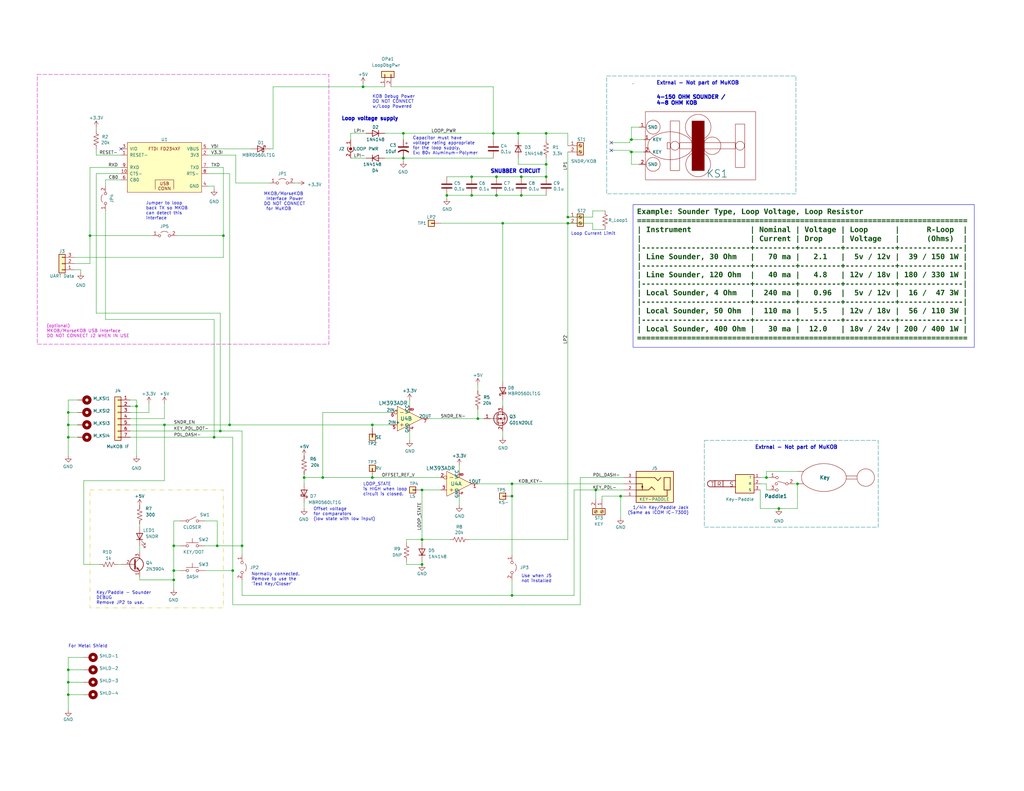
<source format=kicad_sch>
(kicad_sch (version 20230121) (generator eeschema)
  (paper "User" 419.1 323.85)
  (title_block (title "MuKOB - Key/Paddle & Sounder / MKOB USB Interface") (date "2024-01-16") (rev "1 B") (company "Silky-Design (AESilky)") (comment 1 "Copyright 2023-24 AESilky") (comment 4 "Ref: PiKOB Prototype Hat; Gregory Raven (2022)"))
  (lib_symbols
    (symbol "AES_Library:AES-FTDI_FT234XF_USB_UART_Module" (pin_names (offset 1.016))
      (property "Reference" "U" (at -1.27 27.94 0))
      (symbol "AES-FTDI_FT234XF_USB_UART_Module_1_0"
        (text "FTDI FD234XF" (at 0 24.13 0) (effects (font (size 1.27 1.27))))
      )
      (symbol "AES-FTDI_FT234XF_USB_UART_Module_1_1"
        (text "USB\nCONN" (at 0 8.89 0) (effects (font (size 1.27 1.27))))
        (pin input line (at -17.78 21.59 0) (length 2.54) (name "RESET-") (number "1"))
        (pin input line (at -17.78 13.97 0) (length 2.54) (name "CTS-") (number "10"))
        (pin power_out line (at 17.78 21.59 180) (length 2.54) (name "3V3") (number "2"))
        (pin power_in line (at -17.78 24.13 0) (length 2.54) (name "VIO") (number "3"))
        (pin power_in line (at 17.78 8.89 180) (length 2.54) (name "GND") (number "4"))
        (pin power_out line (at 17.78 24.13 180) (length 2.54) (name "VBUS") (number "5"))
        (pin bidirectional line (at -17.78 11.43 0) (length 2.54) (name "CB0") (number "6"))
        (pin output line (at 17.78 16.51 180) (length 2.54) (name "TXD") (number "7"))
        (pin output line (at 17.78 13.97 180) (length 2.54) (name "RTS-") (number "8"))
        (pin input line (at -17.78 16.51 0) (length 2.54) (name "RXD") (number "9"))
      )
    )
    (symbol "AES_Library:AES-LM393DR-dk_Linear-Comparators" (pin_names (offset 0))
      (property "Reference" "U" (at -3.81 6.35 0))
      (property "Value" "AES-LM393DR-dk_Linear-Comparators" (at 2.54 -5.08 0))
      (symbol "AES-LM393DR-dk_Linear-Comparators_1_1"
        (pin output line (at 7.62 0 180) (length 2.54) (name "1OUT") (number "1"))
        (pin input line (at -7.62 2.54 0) (length 1.27) (name "~") (number "2"))
        (pin input line (at -7.62 -2.54 0) (length 2.54) (name "~") (number "3"))
        (pin power_in line (at 0 -5.08 90) (length 2.54) (name "GND") (number "4"))
        (pin power_in line (at 0 5.08 270) (length 2.54) (name "VCC") (number "8"))
      )
      (symbol "AES-LM393DR-dk_Linear-Comparators_2_1"
        (pin power_in line (at 0 -5.08 90) (length 2.54) (name "GND") (number "4"))
        (pin input line (at -7.62 -2.54 0) (length 2.54) (name "2IN+") (number "5"))
        (pin input line (at -7.62 2.54 0) (length 1.27) (name "2IN-") (number "6"))
        (pin output line (at 7.62 0 180) (length 2.54) (name "2OUT") (number "7"))
        (pin power_in line (at 0 5.08 270) (length 2.54) (name "VCC") (number "8"))
      )
    )
    (symbol "AES_Library:CUI_SJ-63063B-14TRS-audio-jack" (pin_names (offset 1.016))
      (property "Reference" "J" (at -7.62 5.842 0))
      (property "Value" "CUI-SJ-63063B" (at -7.62 -8.382 0))
      (symbol "CUI_SJ-63063B-14TRS-audio-jack_0_0"
        (pin passive line (at 12.7 2.54 180) (length 5.08) (name "~") (number "1"))
        (pin passive line (at 12.7 0 180) (length 5.08) (name "~") (number "2"))
        (pin passive line (at 12.7 -5.08 180) (length 5.08) (name "~") (number "3"))
        (pin passive line (at 12.7 -2.54 180) (length 5.08) (name "~") (number "4"))
      )
    )
    (symbol "Audio-Plug-TRS:SP-TRS" (pin_names (offset 1.016))
      (property "Reference" "J-SP" (at 3.81 3.81 0))
      (property "Value" "SP-TRS" (at 2.54 -5.08 0))
      (symbol "SP-TRS_0_0"
        (text "R" (at 17.78 -1.27 0) (effects (font (size 1.778 1.778)) (justify right bottom)))
        (text "S" (at 12.7 -1.27 0) (effects (font (size 1.778 1.778)) (justify right bottom)))
        (text "T" (at 20.32 -1.27 0) (effects (font (size 1.778 1.778)) (justify right bottom)))
        (pin passive line (at 0 2.54 0) (length 2.54) (name "T") (number "1"))
        (pin passive line (at 0 0 0) (length 2.54) (name "R") (number "2"))
        (pin passive line (at 0 -2.54 0) (length 2.54) (name "S") (number "3"))
      )
    )
    (symbol "Connector:Conn_Coaxial_Power" (pin_names (offset 1.016) hide)
      (property "Reference" "J" (at -5.08 -1.27 90))
      (property "Value" "Conn_Coaxial_Power" (at -3.175 -1.27 90))
      (symbol "Conn_Coaxial_Power_1_1"
        (pin passive line (at 0 2.54 270) (length 2.54) (name "In") (number "1"))
        (pin passive line (at 0 -5.08 90) (length 2.54) (name "Ext") (number "2"))
      )
    )
    (symbol "Connector:Screw_Terminal_01x02" (pin_names (offset 1.016) hide)
      (property "Reference" "J" (at 0 2.54 0))
      (property "Value" "Screw_Terminal_01x02" (at 0 -5.08 0))
      (symbol "Screw_Terminal_01x02_1_1"
        (pin passive line (at -5.08 0 0) (length 3.81) (name "Pin_1") (number "1"))
        (pin passive line (at -5.08 -2.54 0) (length 3.81) (name "Pin_2") (number "2"))
      )
    )
    (symbol "Connector_Generic:Conn_01x02" (pin_names (offset 1.016) hide)
      (property "Reference" "J" (at 0 2.54 0))
      (property "Value" "Conn_01x02" (at 0 -5.08 0))
      (symbol "Conn_01x02_1_1"
        (pin passive line (at -5.08 0 0) (length 3.81) (name "Pin_1") (number "1"))
        (pin passive line (at -5.08 -2.54 0) (length 3.81) (name "Pin_2") (number "2"))
      )
    )
    (symbol "Connector_Generic:Conn_01x03" (pin_names (offset 1.016) hide)
      (property "Reference" "J" (at 0 5.08 0))
      (property "Value" "Conn_01x03" (at 0 -5.08 0))
      (symbol "Conn_01x03_1_1"
        (pin passive line (at -5.08 2.54 0) (length 3.81) (name "Pin_1") (number "1"))
        (pin passive line (at -5.08 0 0) (length 3.81) (name "Pin_2") (number "2"))
        (pin passive line (at -5.08 -2.54 0) (length 3.81) (name "Pin_3") (number "3"))
      )
    )
    (symbol "Connector_Generic:Conn_01x07" (pin_names (offset 1.016) hide)
      (property "Reference" "J" (at 0 10.16 0))
      (property "Value" "Conn_01x07" (at 0 -10.16 0))
      (symbol "Conn_01x07_1_1"
        (pin passive line (at -5.08 7.62 0) (length 3.81) (name "Pin_1") (number "1"))
        (pin passive line (at -5.08 5.08 0) (length 3.81) (name "Pin_2") (number "2"))
        (pin passive line (at -5.08 2.54 0) (length 3.81) (name "Pin_3") (number "3"))
        (pin passive line (at -5.08 0 0) (length 3.81) (name "Pin_4") (number "4"))
        (pin passive line (at -5.08 -2.54 0) (length 3.81) (name "Pin_5") (number "5"))
        (pin passive line (at -5.08 -5.08 0) (length 3.81) (name "Pin_6") (number "6"))
        (pin passive line (at -5.08 -7.62 0) (length 3.81) (name "Pin_7") (number "7"))
      )
    )
    (symbol "Device:C" (pin_numbers hide) (pin_names (offset 0.254))
      (property "Reference" "C" (at 0.635 2.54 0))
      (property "Value" "C" (at 0.635 -2.54 0))
      (symbol "C_1_1"
        (pin passive line (at 0 3.81 270) (length 2.794) (name "~") (number "1"))
        (pin passive line (at 0 -3.81 90) (length 2.794) (name "~") (number "2"))
      )
    )
    (symbol "Device:C_Polarized_US" (pin_numbers hide) (pin_names (offset 0.254) hide)
      (property "Reference" "C" (at 0.635 2.54 0))
      (property "Value" "C_Polarized_US" (at 0.635 -2.54 0))
      (symbol "C_Polarized_US_1_1"
        (pin passive line (at 0 3.81 270) (length 2.794) (name "~") (number "1"))
        (pin passive line (at 0 -3.81 90) (length 3.302) (name "~") (number "2"))
      )
    )
    (symbol "Device:LED" (pin_numbers hide) (pin_names (offset 1.016) hide)
      (property "Reference" "D" (at 0 2.54 0))
      (property "Value" "LED" (at 0 -2.54 0))
      (symbol "LED_1_1"
        (pin passive line (at -3.81 0 0) (length 2.54) (name "K") (number "1"))
        (pin passive line (at 3.81 0 180) (length 2.54) (name "A") (number "2"))
      )
    )
    (symbol "Device:R_US" (pin_numbers hide) (pin_names (offset 0))
      (property "Reference" "R" (at 2.54 0 90))
      (property "Value" "R_US" (at -2.54 0 90))
      (symbol "R_US_1_1"
        (pin passive line (at 0 3.81 270) (length 1.27) (name "~") (number "1"))
        (pin passive line (at 0 -3.81 90) (length 1.27) (name "~") (number "2"))
      )
    )
    (symbol "Diode:1N4004" (pin_numbers hide) (pin_names hide)
      (property "Reference" "D" (at 0 2.54 0))
      (property "Value" "1N4004" (at 0 -2.54 0))
      (symbol "1N4004_1_1"
        (pin passive line (at -3.81 0 0) (length 2.54) (name "K") (number "1"))
        (pin passive line (at 3.81 0 180) (length 2.54) (name "A") (number "2"))
      )
    )
    (symbol "Diode:MBR0560" (pin_numbers hide) (pin_names (offset 1.016) hide)
      (property "Reference" "D" (at 0 2.54 0))
      (property "Value" "MBR0560" (at 0 -2.54 0))
      (symbol "MBR0560_1_1"
        (pin passive line (at -3.81 0 0) (length 2.54) (name "K") (number "1"))
        (pin passive line (at 3.81 0 180) (length 2.54) (name "A") (number "2"))
      )
    )
    (symbol "Jumper:Jumper_2_Open" (pin_names (offset 0) hide)
      (property "Reference" "JP" (at 0 2.794 0))
      (property "Value" "Jumper_2_Open" (at 0 -2.286 0))
      (symbol "Jumper_2_Open_1_1"
        (pin passive line (at -5.08 0 0) (length 2.54) (name "A") (number "1"))
        (pin passive line (at 5.08 0 180) (length 2.54) (name "B") (number "2"))
      )
    )
    (symbol "Key-Telegraph_1" (pin_numbers hide) (pin_names (offset 1.016) hide)
      (property "Reference" "U" (at -2.159 -3.683 0))
      (property "Value" "Key-Telegraph" (at -0.635 0.127 0))
      (symbol "Key-Telegraph_1_1_1"
        (pin input line (at -11.43 2.54 0) (length 2.54) (name "KEY") (number "1"))
        (pin input line (at -11.43 -2.54 0) (length 2.54) (name "KEY") (number "2"))
      )
    )
    (symbol "Mechanical:MountingHole_Pad" (pin_numbers hide) (pin_names (offset 1.016) hide)
      (property "Reference" "H" (at 0 6.35 0))
      (property "Value" "MountingHole_Pad" (at 0 4.445 0))
      (symbol "MountingHole_Pad_1_1"
        (pin input line (at 0 -2.54 90) (length 2.54) (name "1") (number "1"))
      )
    )
    (symbol "Switch:SW_Push" (pin_numbers hide) (pin_names (offset 1.016) hide)
      (property "Reference" "SW" (at 1.27 2.54 0))
      (property "Value" "SW_Push" (at 0 -1.524 0))
      (symbol "SW_Push_0_1"
        (pin passive line (at -5.08 0 0) (length 2.54) (name "1") (number "1"))
        (pin passive line (at 5.08 0 180) (length 2.54) (name "2") (number "2"))
      )
    )
    (symbol "Switch:SW_SPDT_MSM" (pin_names (offset 0) hide)
      (property "Reference" "SW" (at 0 5.08 0))
      (property "Value" "SW_SPDT_MSM" (at 0 -5.08 0))
      (symbol "SW_SPDT_MSM_1_1"
        (pin passive line (at 5.08 2.54 180) (length 2.54) (name "1") (number "1"))
        (pin passive line (at -5.08 0 0) (length 2.54) (name "2") (number "2"))
        (pin passive line (at 5.08 -2.54 180) (length 2.54) (name "3") (number "3"))
      )
    )
    (symbol "Switch:SW_SPST" (pin_numbers hide) (pin_names (offset 0) hide)
      (property "Reference" "SW" (at 0 3.175 0))
      (property "Value" "SW_SPST" (at 0 -2.54 0))
      (symbol "SW_SPST_1_1"
        (pin passive line (at -5.08 0 0) (length 2.54) (name "A") (number "1"))
        (pin passive line (at 5.08 0 180) (length 2.54) (name "B") (number "2"))
      )
    )
    (symbol "Test_point_Jump:TP_01" (pin_numbers hide) (pin_names (offset 0) hide)
      (property "Reference" "TP" (at 0 2.54 0))
      (property "Value" "Test_Point_01" (at 0 -2.54 0))
      (symbol "TP_01_1_1"
        (pin passive line (at -3.81 0 0) (length 3.81) (name "Pin_1") (number "1"))
      )
    )
    (symbol "Transistor_BJT:2N3904" (pin_names (offset 0) hide)
      (property "Reference" "Q" (at 5.08 1.905 0))
      (property "Value" "2N3904" (at 5.08 0 0))
      (symbol "2N3904_1_1"
        (pin passive line (at 2.54 -5.08 90) (length 2.54) (name "E") (number "1"))
        (pin passive line (at -5.08 0 0) (length 5.715) (name "B") (number "2"))
        (pin passive line (at 2.54 5.08 270) (length 2.54) (name "C") (number "3"))
      )
    )
    (symbol "Transistor_FET:2N7002" (pin_names hide)
      (property "Reference" "Q" (at 5.08 1.905 0))
      (property "Value" "2N7002" (at 5.08 0 0))
      (symbol "2N7002_1_1"
        (pin input line (at -5.08 0 0) (length 2.54) (name "G") (number "1"))
        (pin passive line (at 2.54 -5.08 90) (length 2.54) (name "S") (number "2"))
        (pin passive line (at 2.54 5.08 270) (length 2.54) (name "D") (number "3"))
      )
    )
    (symbol "power:+3.3V" (power) (pin_names (offset 0))
      (property "Value" "+3.3V" (at 0 3.556 0))
      (symbol "+3.3V_1_1"
        (pin power_in line (at 0 0 90) (length 0) hide (name "+3.3V") (number "1"))
      )
    )
    (symbol "power:+5V" (power) (pin_names (offset 0))
      (property "Value" "+5V" (at 0 3.556 0))
      (symbol "+5V_1_1"
        (pin power_in line (at 0 0 90) (length 0) hide (name "+5V") (number "1"))
      )
    )
    (symbol "power:GND" (power) (pin_names (offset 0))
      (property "Value" "GND" (at 0 -3.81 0))
      (symbol "GND_1_1"
        (pin power_in line (at 0 0 270) (length 0) hide (name "GND") (number "1"))
      )
    )
    (symbol "rpikobhat-rescue:Key-Telegraph" (pin_names (offset 1.016))
      (property "Reference" "U" (at -2.159 -3.683 0))
      (property "Value" "Key-Telegraph" (at -0.635 0.127 0))
      (symbol "Key-Telegraph_1_1"
        (pin input line (at -11.43 2.54 0) (length 2.54) (name "KEY") (number "1"))
        (pin input line (at -11.43 -2.54 0) (length 2.54) (name "KEY") (number "2"))
      )
    )
    (symbol "rpikobhat-rescue:Sounder-Telegraph" (pin_names (offset 1.016))
      (property "Reference" "U" (at 7.62 10.16 0))
      (property "Value" "Sounder-Telegraph" (at 13.97 -11.43 0))
      (symbol "Sounder-Telegraph_1_1"
        (pin input line (at -24.13 7.62 0) (length 2.54) (name "SND") (number "1"))
        (pin input line (at -24.13 -7.62 0) (length 2.54) (name "SND") (number "2"))
      )
    )
  )
  (junction (at 67.31 173.99))
  (junction (at 213.36 72.39))
  (junction (at 99.06 223.52))
  (junction (at 212.09 54.61))
  (junction (at 36.83 96.52))
  (junction (at 223.52 67.31))
  (junction (at 258.445 62.23))
  (junction (at 213.36 80.01))
  (junction (at 27.94 179.07))
  (junction (at 88.9 223.52))
  (junction (at 313.69 195.58))
  (junction (at 172.72 200.66))
  (junction (at 223.52 72.39))
  (junction (at 254 203.2))
  (junction (at 209.55 243.84))
  (junction (at 90.17 176.53))
  (junction (at 193.04 80.01))
  (junction (at 27.94 274.32))
  (junction (at 232.41 91.44))
  (junction (at 165.1 54.61))
  (junction (at 71.12 233.68))
  (junction (at 205.74 91.44))
  (junction (at 27.94 168.91))
  (junction (at 318.77 208.28))
  (junction (at 132.08 195.58))
  (junction (at 172.72 231.14))
  (junction (at 27.94 279.4))
  (junction (at 165.1 64.77))
  (junction (at 258.445 57.15))
  (junction (at 55.88 166.37))
  (junction (at 148.59 35.56))
  (junction (at 209.55 203.2))
  (junction (at 203.2 72.39))
  (junction (at 243.84 200.66))
  (junction (at 209.55 198.12))
  (junction (at 91.44 96.52))
  (junction (at 95.25 233.68))
  (junction (at 182.88 80.01))
  (junction (at 326.39 198.12))
  (junction (at 195.58 171.45))
  (junction (at 232.41 88.9))
  (junction (at 71.12 237.49))
  (junction (at 27.94 284.48))
  (junction (at 172.72 220.98))
  (junction (at 124.46 195.58))
  (junction (at 152.4 173.99))
  (junction (at 71.12 223.52))
  (junction (at 223.52 54.61))
  (junction (at 193.04 72.39))
  (junction (at 203.2 80.01))
  (junction (at 27.94 173.99))
  (junction (at 93.98 173.99))
  (junction (at 87.63 179.07))
  (junction (at 152.4 195.58))
  (junction (at 201.93 54.61))
  (no_connect (at 250.19 61.595))
  (no_connect (at 49.53 60.96))
  (no_connect (at 250.19 58.42))
  (wire (pts (xy 203.2 72.39) (xy 213.36 72.39)))
  (wire (pts (xy 27.94 274.32) (xy 34.29 274.32)))
  (wire (pts (xy 165.1 64.77) (xy 201.93 64.77)))
  (wire (pts (xy 195.58 198.12) (xy 209.55 198.12)))
  (wire (pts (xy 71.12 237.49) (xy 71.12 241.3)))
  (wire (pts (xy 124.46 205.74) (xy 124.46 208.28)))
  (wire (pts (xy 193.04 80.01) (xy 203.2 80.01)))
  (wire (pts (xy 165.1 54.61) (xy 165.1 57.15)))
  (wire (pts (xy 223.52 54.61) (xy 223.52 57.15)))
  (wire (pts (xy 49.53 63.5) (xy 39.37 63.5)))
  (wire (pts (xy 313.69 200.66) (xy 313.69 198.12)))
  (wire (pts (xy 232.41 54.61) (xy 223.52 54.61)))
  (wire (pts (xy 247.65 86.36) (xy 242.57 86.36)))
  (wire (pts (xy 67.31 171.45) (xy 53.34 171.45)))
  (wire (pts (xy 143.51 54.61) (xy 149.86 54.61)))
  (wire (pts (xy 166.37 231.14) (xy 172.72 231.14)))
  (wire (pts (xy 36.83 96.52) (xy 36.83 107.95)))
  (wire (pts (xy 165.1 54.61) (xy 201.93 54.61)))
  (wire (pts (xy 237.49 195.58) (xy 237.49 247.65)))
  (wire (pts (xy 71.12 233.68) (xy 71.12 237.49)))
  (wire (pts (xy 99.06 176.53) (xy 99.06 223.52)))
  (wire (pts (xy 263.525 62.23) (xy 258.445 62.23)))
  (wire (pts (xy 36.83 68.58) (xy 49.53 68.58)))
  (wire (pts (xy 254 203.2) (xy 254 212.09)))
  (wire (pts (xy 27.94 163.83) (xy 27.94 168.91)))
  (wire (pts (xy 203.2 80.01) (xy 213.36 80.01)))
  (wire (pts (xy 53.34 166.37) (xy 55.88 166.37)))
  (wire (pts (xy 209.55 203.2) (xy 209.55 227.33)))
  (wire (pts (xy 212.09 64.77) (xy 212.09 67.31)))
  (wire (pts (xy 57.15 214.63) (xy 57.15 215.9)))
  (wire (pts (xy 95.25 247.65) (xy 237.49 247.65)))
  (wire (pts (xy 152.4 173.99) (xy 160.02 173.99)))
  (wire (pts (xy 91.44 96.52) (xy 91.44 105.41)))
  (wire (pts (xy 71.12 233.68) (xy 71.12 223.52)))
  (wire (pts (xy 71.12 213.36) (xy 71.12 223.52)))
  (wire (pts (xy 27.94 179.07) (xy 27.94 186.69)))
  (wire (pts (xy 33.02 111.76) (xy 33.02 110.49)))
  (wire (pts (xy 167.64 176.53) (xy 167.64 180.34)))
  (wire (pts (xy 27.94 179.07) (xy 31.75 179.07)))
  (wire (pts (xy 182.88 72.39) (xy 193.04 72.39)))
  (wire (pts (xy 60.96 165.1) (xy 60.96 168.91)))
  (wire (pts (xy 326.39 193.04) (xy 313.69 193.04)))
  (wire (pts (xy 318.77 208.28) (xy 326.39 208.28)))
  (wire (pts (xy 27.94 274.32) (xy 27.94 279.4)))
  (wire (pts (xy 247.65 93.98) (xy 242.57 93.98)))
  (wire (pts (xy 205.74 176.53) (xy 205.74 179.07)))
  (wire (pts (xy 120.65 74.93) (xy 121.92 74.93)))
  (wire (pts (xy 90.17 128.27) (xy 90.17 176.53)))
  (wire (pts (xy 67.31 165.1) (xy 67.31 171.45)))
  (wire (pts (xy 209.55 203.2) (xy 209.55 198.12)))
  (wire (pts (xy 71.12 233.68) (xy 73.66 233.68)))
  (wire (pts (xy 205.74 91.44) (xy 232.41 91.44)))
  (wire (pts (xy 48.26 231.14) (xy 49.53 231.14)))
  (wire (pts (xy 99.06 237.49) (xy 99.06 243.84)))
  (wire (pts (xy 201.93 54.61) (xy 212.09 54.61)))
  (wire (pts (xy 83.82 223.52) (xy 88.9 223.52)))
  (wire (pts (xy 175.26 171.45) (xy 195.58 171.45)))
  (wire (pts (xy 30.48 105.41) (xy 91.44 105.41)))
  (wire (pts (xy 124.46 195.58) (xy 132.08 195.58)))
  (wire (pts (xy 212.09 54.61) (xy 223.52 54.61)))
  (wire (pts (xy 232.41 88.9) (xy 242.57 88.9)))
  (wire (pts (xy 257.81 62.23) (xy 257.81 61.595)))
  (wire (pts (xy 172.72 220.98) (xy 184.15 220.98)))
  (wire (pts (xy 223.52 67.31) (xy 223.52 72.39)))
  (wire (pts (xy 195.58 157.48) (xy 195.58 160.02)))
  (wire (pts (xy 255.27 203.2) (xy 254 203.2)))
  (wire (pts (xy 263.525 57.15) (xy 258.445 57.15)))
  (wire (pts (xy 53.34 176.53) (xy 90.17 176.53)))
  (wire (pts (xy 318.77 208.28) (xy 311.15 208.28)))
  (wire (pts (xy 313.69 193.04) (xy 313.69 195.58)))
  (wire (pts (xy 234.95 243.84) (xy 209.55 243.84)))
  (wire (pts (xy 232.41 62.23) (xy 232.41 88.9)))
  (wire (pts (xy 53.34 168.91) (xy 60.96 168.91)))
  (wire (pts (xy 243.84 200.66) (xy 255.27 200.66)))
  (wire (pts (xy 311.15 195.58) (xy 313.69 195.58)))
  (wire (pts (xy 99.06 243.84) (xy 209.55 243.84)))
  (wire (pts (xy 205.74 163.83) (xy 205.74 166.37)))
  (wire (pts (xy 27.94 269.24) (xy 27.94 274.32)))
  (wire (pts (xy 193.04 72.39) (xy 203.2 72.39)))
  (wire (pts (xy 90.17 176.53) (xy 99.06 176.53)))
  (wire (pts (xy 95.25 233.68) (xy 95.25 247.65)))
  (wire (pts (xy 257.81 62.23) (xy 258.445 62.23)))
  (wire (pts (xy 172.72 220.98) (xy 166.37 220.98)))
  (wire (pts (xy 31.75 163.83) (xy 27.94 163.83)))
  (wire (pts (xy 243.84 200.66) (xy 243.84 204.47)))
  (wire (pts (xy 57.15 236.22) (xy 57.15 237.49)))
  (wire (pts (xy 132.08 168.91) (xy 160.02 168.91)))
  (wire (pts (xy 88.9 223.52) (xy 99.06 223.52)))
  (wire (pts (xy 27.94 173.99) (xy 31.75 173.99)))
  (wire (pts (xy 83.82 213.36) (xy 88.9 213.36)))
  (wire (pts (xy 85.09 60.96) (xy 102.87 60.96)))
  (wire (pts (xy 132.08 195.58) (xy 152.4 195.58)))
  (wire (pts (xy 27.94 168.91) (xy 31.75 168.91)))
  (wire (pts (xy 57.15 223.52) (xy 57.15 226.06)))
  (wire (pts (xy 157.48 54.61) (xy 165.1 54.61)))
  (wire (pts (xy 87.63 130.81) (xy 87.63 179.07)))
  (wire (pts (xy 27.94 168.91) (xy 27.94 173.99)))
  (wire (pts (xy 27.94 284.48) (xy 34.29 284.48)))
  (wire (pts (xy 213.36 80.01) (xy 223.52 80.01)))
  (wire (pts (xy 187.96 190.5) (xy 187.96 193.04)))
  (wire (pts (xy 83.82 233.68) (xy 95.25 233.68)))
  (wire (pts (xy 87.63 76.2) (xy 87.63 77.47)))
  (wire (pts (xy 96.52 74.93) (xy 110.49 74.93)))
  (wire (pts (xy 172.72 222.25) (xy 172.72 220.98)))
  (wire (pts (xy 39.37 52.07) (xy 39.37 53.34)))
  (wire (pts (xy 148.59 35.56) (xy 148.59 34.29)))
  (wire (pts (xy 223.52 64.77) (xy 223.52 67.31)))
  (wire (pts (xy 165.1 64.77) (xy 165.1 66.04)))
  (wire (pts (xy 124.46 198.12) (xy 124.46 195.58)))
  (wire (pts (xy 180.34 91.44) (xy 205.74 91.44)))
  (wire (pts (xy 96.52 63.5) (xy 96.52 74.93)))
  (wire (pts (xy 205.74 91.44) (xy 205.74 156.21)))
  (wire (pts (xy 27.94 279.4) (xy 34.29 279.4)))
  (wire (pts (xy 85.09 63.5) (xy 96.52 63.5)))
  (wire (pts (xy 73.66 213.36) (xy 71.12 213.36)))
  (wire (pts (xy 111.76 35.56) (xy 111.76 60.96)))
  (wire (pts (xy 257.81 57.15) (xy 258.445 57.15)))
  (wire (pts (xy 55.88 166.37) (xy 55.88 186.69)))
  (wire (pts (xy 33.02 110.49) (xy 30.48 110.49)))
  (wire (pts (xy 73.66 223.52) (xy 71.12 223.52)))
  (wire (pts (xy 242.57 86.36) (xy 242.57 88.9)))
  (wire (pts (xy 39.37 63.5) (xy 39.37 60.96)))
  (wire (pts (xy 152.4 195.58) (xy 180.34 195.58)))
  (wire (pts (xy 313.69 200.66) (xy 314.96 200.66)))
  (wire (pts (xy 326.39 208.28) (xy 326.39 198.12)))
  (wire (pts (xy 182.88 80.01) (xy 193.04 80.01)))
  (wire (pts (xy 43.18 73.66) (xy 49.53 73.66)))
  (wire (pts (xy 36.83 96.52) (xy 36.83 68.58)))
  (wire (pts (xy 212.09 67.31) (xy 223.52 67.31)))
  (wire (pts (xy 234.95 200.66) (xy 243.84 200.66)))
  (wire (pts (xy 91.44 96.52) (xy 72.39 96.52)))
  (wire (pts (xy 258.445 52.07) (xy 261.62 52.07)))
  (wire (pts (xy 67.31 196.85) (xy 67.31 173.99)))
  (wire (pts (xy 27.94 173.99) (xy 27.94 179.07)))
  (wire (pts (xy 99.06 223.52) (xy 99.06 227.33)))
  (wire (pts (xy 88.9 213.36) (xy 88.9 223.52)))
  (wire (pts (xy 325.12 198.12) (xy 326.39 198.12)))
  (wire (pts (xy 166.37 220.98) (xy 166.37 222.25)))
  (wire (pts (xy 246.38 204.47) (xy 246.38 203.2)))
  (wire (pts (xy 258.445 67.31) (xy 261.62 67.31)))
  (wire (pts (xy 43.18 130.81) (xy 43.18 86.36)))
  (wire (pts (xy 313.69 195.58) (xy 314.96 195.58)))
  (wire (pts (xy 232.41 91.44) (xy 232.41 220.98)))
  (wire (pts (xy 27.94 279.4) (xy 27.94 284.48)))
  (wire (pts (xy 232.41 220.98) (xy 191.77 220.98)))
  (wire (pts (xy 232.41 59.69) (xy 232.41 54.61)))
  (wire (pts (xy 255.27 195.58) (xy 237.49 195.58)))
  (wire (pts (xy 182.88 80.01) (xy 182.88 81.28)))
  (wire (pts (xy 27.94 284.48) (xy 27.94 290.83)))
  (wire (pts (xy 160.02 35.56) (xy 201.93 35.56)))
  (wire (pts (xy 67.31 173.99) (xy 93.98 173.99)))
  (wire (pts (xy 87.63 130.81) (xy 43.18 130.81)))
  (wire (pts (xy 172.72 220.98) (xy 172.72 200.66)))
  (wire (pts (xy 57.15 237.49) (xy 71.12 237.49)))
  (wire (pts (xy 166.37 229.87) (xy 166.37 231.14)))
  (wire (pts (xy 34.29 269.24) (xy 27.94 269.24)))
  (wire (pts (xy 111.76 35.56) (xy 148.59 35.56)))
  (wire (pts (xy 49.53 71.12) (xy 39.37 71.12)))
  (wire (pts (xy 242.57 93.98) (xy 242.57 91.44)))
  (wire (pts (xy 167.64 163.83) (xy 167.64 166.37)))
  (wire (pts (xy 93.98 173.99) (xy 152.4 173.99)))
  (wire (pts (xy 212.09 54.61) (xy 212.09 57.15)))
  (wire (pts (xy 250.19 58.42) (xy 257.81 58.42)))
  (wire (pts (xy 91.44 68.58) (xy 91.44 96.52)))
  (wire (pts (xy 87.63 179.07) (xy 95.25 179.07)))
  (wire (pts (xy 201.93 54.61) (xy 201.93 57.15)))
  (wire (pts (xy 258.445 62.23) (xy 258.445 67.31)))
  (wire (pts (xy 34.29 196.85) (xy 67.31 196.85)))
  (wire (pts (xy 246.38 203.2) (xy 254 203.2)))
  (wire (pts (xy 111.76 60.96) (xy 110.49 60.96)))
  (wire (pts (xy 213.36 72.39) (xy 223.52 72.39)))
  (wire (pts (xy 195.58 171.45) (xy 198.12 171.45)))
  (wire (pts (xy 85.09 76.2) (xy 87.63 76.2)))
  (wire (pts (xy 40.64 231.14) (xy 34.29 231.14)))
  (wire (pts (xy 195.58 167.64) (xy 195.58 171.45)))
  (wire (pts (xy 53.34 179.07) (xy 87.63 179.07)))
  (wire (pts (xy 36.83 96.52) (xy 62.23 96.52)))
  (wire (pts (xy 187.96 203.2) (xy 187.96 207.01)))
  (wire (pts (xy 93.98 71.12) (xy 85.09 71.12)))
  (wire (pts (xy 95.25 179.07) (xy 95.25 233.68)))
  (wire (pts (xy 311.15 198.12) (xy 313.69 198.12)))
  (wire (pts (xy 36.83 107.95) (xy 30.48 107.95)))
  (wire (pts (xy 201.93 35.56) (xy 201.93 54.61)))
  (wire (pts (xy 43.18 76.2) (xy 43.18 73.66)))
  (wire (pts (xy 132.08 168.91) (xy 132.08 195.58)))
  (wire (pts (xy 53.34 163.83) (xy 55.88 163.83)))
  (wire (pts (xy 53.34 173.99) (xy 67.31 173.99)))
  (wire (pts (xy 39.37 128.27) (xy 90.17 128.27)))
  (wire (pts (xy 209.55 198.12) (xy 255.27 198.12)))
  (wire (pts (xy 85.09 68.58) (xy 91.44 68.58)))
  (wire (pts (xy 172.72 200.66) (xy 180.34 200.66)))
  (wire (pts (xy 39.37 71.12) (xy 39.37 128.27)))
  (wire (pts (xy 124.46 195.58) (xy 124.46 194.31)))
  (wire (pts (xy 234.95 200.66) (xy 234.95 243.84)))
  (wire (pts (xy 172.72 231.14) (xy 172.72 229.87)))
  (wire (pts (xy 55.88 163.83) (xy 55.88 166.37)))
  (wire (pts (xy 148.59 35.56) (xy 157.48 35.56)))
  (wire (pts (xy 143.51 57.15) (xy 143.51 54.61)))
  (wire (pts (xy 152.4 173.99) (xy 152.4 175.26)))
  (wire (pts (xy 311.15 200.66) (xy 311.15 208.28)))
  (wire (pts (xy 157.48 64.77) (xy 165.1 64.77)))
  (wire (pts (xy 209.55 237.49) (xy 209.55 243.84)))
  (wire (pts (xy 34.29 231.14) (xy 34.29 196.85)))
  (wire (pts (xy 143.51 64.77) (xy 149.86 64.77)))
  (wire (pts (xy 257.81 57.15) (xy 257.81 58.42)))
  (wire (pts (xy 232.41 91.44) (xy 242.57 91.44)))
  (wire (pts (xy 93.98 71.12) (xy 93.98 173.99)))
  (wire (pts (xy 258.445 52.07) (xy 258.445 57.15)))
  (wire (pts (xy 250.19 61.595) (xy 257.81 61.595)))
  (rectangle (start 36.83 200.66) (end 91.44 248.92) (stroke (width 0) (type dash_dot_dot) (color 194 194 0 1)))
  (rectangle (start 288.29 180.34) (end 359.41 215.9) (stroke (width 0) (type dash) (color 0 132 132 1)))
  (rectangle (start 248.285 31.115) (end 325.755 79.375) (stroke (width 0) (type dash) (color 0 132 132 1)))
  (rectangle (start 15.24 30.48) (end 134.62 140.97) (stroke (width 0) (type dash) (color 194 0 194 1)))
  (text_box "Example: Sounder Type, Loop Voltage, Loop Resistor\n=========================================================================\n| Instrument             | Nominal | Voltage | Loop      |      R-Loop  |\n|                        | Current | Drop    | Voltage   |      (Ohms)  |\n|------------------------+---------+---------+-----------+--------------|\n| Line Sounder, 30 Ohm   |   70 ma |   2.1   |  5v / 12v |  39 / 150 1W |\n|------------------------+---------+---------+-----------+--------------|\n| Line Sounder, 120 Ohm  |   40 ma |   4.8   | 12v / 18v | 180 / 330 1W |\n|------------------------+---------+---------+-----------+--------------|\n| Local Sounder, 4 Ohm   |  240 ma |   0.96  |  5v / 12v |  16 /  47 3W |\n|------------------------+---------+---------+-----------+--------------|\n| Local Sounder, 50 Ohm  |  110 ma |   5.5   | 12v / 18v |  56 / 110 3W |\n|------------------------+---------+---------+-----------+--------------|\n| Local Sounder, 400 Ohm |   30 ma |  12.0   | 18v / 24v | 200 / 400 1W |\n=========================================================================" (at 259.08 83.82 0) (size 139.7 58.42) (effects (font (size 2.2 2.2) (thickness 0.3) bold) (justify left top)))
  (text "1/4in Key/Paddle Jack\n(Same as ICOM IC-7300)" (at 281.94 210.82 0) (effects (font (size 1.27 1.27)) (justify right bottom)))
  (text "Offset voltage\nfor comparators\n(low state with low input)" (at 128.27 213.36 0) (effects (font (size 1.27 1.27)) (justify left bottom)))
  (text "Loop voltage supply" (at 139.7 49.53 0) (effects (font (size 1.5 1.5) (thickness 0.4) bold) (justify left bottom)))
  (text "Use when J5\nnot installed" (at 213.36 238.76 0) (effects (font (size 1.27 1.27)) (justify left bottom)))
  (text "Key/Paddle - Sounder\nDEBUG\nRemove JP2 to use." (at 39.37 247.65 0) (effects (font (size 1.27 1.27)) (justify left bottom)))
  (text "Normally connected.\nRemove to use the\n'Test Key/Closer'" (at 102.87 240.03 0) (effects (font (size 1.27 1.27)) (justify left bottom)))
  (text "Capacitor must have\nvoltage rating appropriate\nfor the loop supply.\nEx: 80v Aluminum-Polymer" (at 168.91 63.5 0) (effects (font (size 1.27 1.27)) (justify left bottom)))
  (text "4-150 OHM SOUNDER /\n4-8 OHM KOB" (at 268.605 43.18 0) (effects (font (size 1.5 1.5) (thickness 0.5994) bold) (justify left bottom)))
  (text "For Metal Shield" (at 27.94 265.43 0) (effects (font (size 1.27 1.27)) (justify left bottom)))
  (text "(optional)\nMKOB/MorseKOB USB Interface\nDO NOT CONNECT J2 WHEN IN USE" (at 19.05 138.43 0) (effects (font (size 1.27 1.27)) (justify left bottom)))
  (text "LOOP_STATE\nis HIGH when loop\ncircuit is closed." (at 148.59 203.2 0) (effects (font (size 1.27 1.27)) (justify left bottom)))
  (text "Jumper to loop\nback TX so MKOB\ncan detect this\ninterface" (at 59.69 90.17 0) (effects (font (size 1.27 1.27)) (justify left bottom)))
  (text "MKOB/MorseKOB\n Interface Power\nDO NOT CONNECT\n for MuKOB\n" (at 107.95 86.36 0) (effects (font (size 1.27 1.27)) (justify left bottom)))
  (text "Loop Current Limit" (at 233.68 96.52 0) (effects (font (size 1.27 1.27)) (justify left bottom)))
  (text "SNUBBER CIRCUIT" (at 200.66 71.12 0) (effects (font (size 1.5 1.5) (thickness 0.508) bold) (justify left bottom)))
  (text "Extrnal - Not part of MuKOB" (at 268.605 34.925 0) (effects (font (size 1.5 1.5) (thickness 0.3) bold) (justify left bottom)))
  (text "KOB Debug Power\nDO NOT CONNECT\nw/Loop Powered" (at 152.4 44.45 0) (effects (font (size 1.27 1.27)) (justify left bottom)))
  (text "Extrnal - Not part of MuKOB" (at 342.9 184.15 0) (effects (font (size 1.5 1.5) (thickness 0.3) bold) (justify right bottom)))
  (label "SNDR_EN" (at 71.12 173.99 0))
  (label "KOB_KEY-" (at 212.09 198.12 0))
  (label "RESET-" (at 40.64 63.5 0))
  (label "LP1" (at 232.41 66.04 270))
  (label "RXD" (at 48.26 68.58 180))
  (label "OFFSET_REF_V" (at 156.21 195.58 0))
  (label "KEY_PDL-" (at 242.57 200.66 0))
  (label "V5I" (at 86.36 60.96 0))
  (label "LPI-" (at 144.78 64.77 0))
  (label "PDL_DASH-" (at 242.57 195.58 0))
  (label "SNDR_EN-" (at 180.34 171.45 0))
  (label "KEY_PDL_DOT-" (at 71.12 176.53 0))
  (label "LOOP_PWR" (at 176.53 54.61 0))
  (label "TXD" (at 86.36 68.58 0))
  (label "LP2" (at 232.41 137.16 270))
  (label "CB0" (at 44.45 73.66 0))
  (label "V3.3I" (at 86.36 63.5 0))
  (label "PDL_DASH-" (at 71.12 179.07 0))
  (label "LOOP_STATE" (at 172.72 217.17 90))
  (label "LPI+" (at 144.78 54.61 0))
  (symbol (lib_id "AES_Library:AES-LM393DR-dk_Linear-Comparators") (at 187.96 198.12 0) (unit 1)
    (property "Reference" "U4" (at 186.69 198.12 0) (effects (font (size 1.524 1.524))))
    (property "Value" "LM393ADR" (at 180.34 191.77 0) (effects (font (size 1.524 1.524))))
    (property "Footprint" "Package_SO:SOIC-8_3.9x4.9mm_P1.27mm" (effects hide))
    (property "Datasheet" "http://www.ti.com/general/docs/suppproductinfo.tsp?distId=10&gotoUrl=http%3A%2F%2Fwww.ti.com%2Flit%2Fgpn%2Flm193" (effects hide))
    (property "Digi-Key_PN" "296-1015-1-ND" (effects hide))
    (property "MPN" "LM393DR" (effects hide))
    (property "Category" "Integrated Circuits (ICs)" (effects hide))
    (property "Family" "Linear - Comparators" (effects hide))
    (property "DK_Datasheet_Link" "http://www.ti.com/general/docs/suppproductinfo.tsp?distId=10&gotoUrl=http%3A%2F%2Fwww.ti.com%2Flit%2Fgpn%2Flm193" (effects hide))
    (property "DK_Detail_Page" "/product-detail/en/texas-instruments/LM393DR/296-1015-1-ND/404839" (effects hide))
    (property "Description" "IC DUAL DIFF COMP 8-SOIC" (effects hide))
    (property "Manufacturer" "Texas Instruments" (effects hide))
    (property "Status" "Active" (effects hide))
  )
  (symbol (lib_id "AES_Library:AES-LM393DR-dk_Linear-Comparators") (at 167.64 171.45 0) (unit 2)
    (property "Reference" "U4" (at 163.83 171.45 0) (effects (font (size 1.524 1.524)) (justify left)))
    (property "Value" "LM393ADR" (at 154.94 165.1 0) (effects (font (size 1.524 1.524)) (justify left)))
    (property "Footprint" "Package_SO:SOIC-8_3.9x4.9mm_P1.27mm" (effects hide))
    (property "Datasheet" "http://www.ti.com/general/docs/suppproductinfo.tsp?distId=10&gotoUrl=http%3A%2F%2Fwww.ti.com%2Flit%2Fgpn%2Flm193" (effects hide))
    (property "Digi-Key_PN" "296-1015-1-ND" (effects hide))
    (property "MPN" "LM393DR" (effects hide))
    (property "Category" "Integrated Circuits (ICs)" (effects hide))
    (property "Family" "Linear - Comparators" (effects hide))
    (property "DK_Datasheet_Link" "http://www.ti.com/general/docs/suppproductinfo.tsp?distId=10&gotoUrl=http%3A%2F%2Fwww.ti.com%2Flit%2Fgpn%2Flm193" (effects hide))
    (property "DK_Detail_Page" "/product-detail/en/texas-instruments/LM393DR/296-1015-1-ND/404839" (effects hide))
    (property "Description" "IC DUAL DIFF COMP 8-SOIC" (effects hide))
    (property "Manufacturer" "Texas Instruments" (effects hide))
    (property "Status" "Active" (effects hide))
  )
  (symbol (lib_id "power:GND") (at 205.74 179.07 0) (unit 1)
    (property "Reference" "#PWR017" (effects hide))
    (property "Value" "GND" (at 205.867 183.4642 0))
  )
  (symbol (lib_id "power:GND") (at 187.96 207.01 0) (unit 1)
    (property "Reference" "#PWR022" (effects hide))
    (property "Value" "GND" (at 188.087 211.4042 0))
  )
  (symbol (lib_id "power:GND") (at 167.64 180.34 0) (unit 1)
    (property "Reference" "#PWR016" (effects hide))
    (property "Value" "GND" (at 167.767 184.7342 0))
  )
  (symbol (lib_id "Diode:MBR0560") (at 205.74 160.02 90) (unit 1)
    (property "Reference" "D8" (at 207.772 158.8516 90) (effects (justify right)))
    (property "Value" "MBR0560LT1G" (at 207.772 161.163 90) (effects (justify right)))
    (property "Footprint" "Diode_SMD:D_SOD-123" (effects hide))
    (property "Datasheet" "http://www.mccsemi.com/up_pdf/MBR0520~MBR0580(SOD123).pdf" (effects hide))
  )
  (symbol (lib_id "power:GND") (at 124.46 208.28 0) (mirror y) (unit 1)
    (property "Reference" "#PWR024" (effects hide))
    (property "Value" "GND" (at 124.333 212.6742 0))
  )
  (symbol (lib_id "Device:R_US") (at 124.46 190.5 0) (mirror y) (unit 1)
    (property "Reference" "R6" (at 129.54 187.96 0) (effects (justify left)))
    (property "Value" "20k" (at 130.81 190.5 0) (effects (justify left)))
    (property "Footprint" "Resistor_SMD:R_0402_1005Metric_Pad0.72x0.64mm_HandSolder" (effects hide))
  )
  (symbol (lib_id "Device:R_US") (at 195.58 163.83 180) (unit 1)
    (property "Reference" "R5" (at 199.2002 162.6987 0))
    (property "Value" "20k" (at 199.39 165.1 0))
    (property "Footprint" "Resistor_SMD:R_0402_1005Metric_Pad0.72x0.64mm_HandSolder" (effects hide))
  )
  (symbol (lib_id "rpikobhat-rescue:Sounder-Telegraph") (at 285.75 59.69 0) (unit 1) (in_bom no) (on_board no)
    (property "Reference" "U2" (effects hide))
    (property "Value" "Sounder" (effects hide))
  )
  (symbol (lib_id "Device:C") (at 201.93 60.96 0) (unit 1)
    (property "Reference" "C4" (at 204.851 59.7916 0) (effects (justify left)))
    (property "Value" "0.1u" (at 204.851 62.103 0) (effects (justify left)))
    (property "Footprint" "Capacitor_SMD:C_0603_1608Metric_Pad1.08x0.95mm_HandSolder" (effects hide))
  )
  (symbol (lib_id "Connector:Conn_Coaxial_Power") (at 143.51 59.69 0) (mirror y) (unit 1)
    (property "Reference" "J2" (at 140.97 60.96 0) (effects (justify left)))
    (property "Value" "LOOP PWR" (at 144.78 60.96 0) (effects (justify right)))
    (property "Footprint" "AES_Library:AES-CUI_PJ-037B" (effects hide))
  )
  (symbol (lib_id "Device:R_US") (at 187.96 220.98 270) (unit 1)
    (property "Reference" "R8" (at 187.96 215.773 90))
    (property "Value" "20k" (at 187.96 218.0844 90))
    (property "Footprint" "Resistor_SMD:R_0402_1005Metric_Pad0.72x0.64mm_HandSolder" (effects hide))
  )
  (symbol (lib_id "power:GND") (at 172.72 231.14 0) (unit 1)
    (property "Reference" "#PWR026" (effects hide))
    (property "Value" "GND" (at 172.72 234.95 0))
  )
  (symbol (lib_id "Device:R_US") (at 223.52 60.96 0) (unit 1)
    (property "Reference" "R1" (at 226.06 60.325 0) (effects (justify left)))
    (property "Value" "3.3k" (at 226.06 62.865 0) (effects (justify left)))
    (property "Footprint" "Resistor_SMD:R_0402_1005Metric_Pad0.72x0.64mm_HandSolder" (effects hide))
  )
  (symbol (lib_id "Switch:SW_Push") (at 78.74 223.52 0) (unit 1)
    (property "Reference" "SW2" (at 81.28 220.98 0) (effects (justify left)))
    (property "Value" "KEY/DOT" (at 74.93 226.06 0) (effects (justify left)))
    (property "Footprint" "AES_Library:AES-SW_PUSH_SMD_1P1T_NO_6x6mm" (effects hide))
  )
  (symbol (lib_id "Device:R_US") (at 247.65 90.17 0) (unit 1) (in_bom no) (on_board no)
    (property "Reference" "R_Loop1" (at 248.92 90.17 0) (effects (justify left)))
    (property "Sim.Enable" "0" (effects hide))
  )
  (symbol (lib_id "Device:C") (at 223.52 76.2 0) (unit 1)
    (property "Reference" "C9" (at 226.441 75.0316 0) (effects (justify left)))
    (property "Value" "0.1u" (at 226.441 77.343 0) (effects (justify left)))
    (property "Footprint" "Capacitor_SMD:C_0603_1608Metric_Pad1.08x0.95mm_HandSolder" (effects hide))
  )
  (symbol (lib_id "Device:C") (at 213.36 76.2 0) (unit 1)
    (property "Reference" "C8" (at 216.281 75.0316 0) (effects (justify left)))
    (property "Value" "0.1u" (at 216.281 77.343 0) (effects (justify left)))
    (property "Footprint" "Capacitor_SMD:C_0603_1608Metric_Pad1.08x0.95mm_HandSolder" (effects hide))
  )
  (symbol (lib_id "Switch:SW_SPST") (at 78.74 213.36 0) (unit 1)
    (property "Reference" "SW1" (at 83.82 210.82 0))
    (property "Value" "CLOSER" (at 74.93 215.9 0) (effects (justify left)))
    (property "Footprint" "AES_Library:AES-SW-TGL-Micro-DPST-CIT" (effects hide))
  )
  (symbol (lib_id "Mechanical:MountingHole_Pad") (at 36.83 274.32 270) (unit 1) (in_bom no)
    (property "Reference" "SHLD-2" (at 40.64 273.685 90) (effects (justify left)))
    (property "Value" "MountingHole_Pad" (effects hide))
    (property "Footprint" "MountingHole:MountingHole_4.3mm_M4_ISO14580_Pad_TopBottom" (effects hide))
  )
  (symbol (lib_id "Connector_Generic:Conn_01x03") (at 25.4 107.95 180) (unit 1)
    (property "Reference" "J3" (at 25.4 102.87 0))
    (property "Value" "UART Data" (at 25.4 113.03 0))
    (property "Footprint" "Connector_PinHeader_2.54mm:PinHeader_1x03_P2.54mm_Vertical" (effects hide))
  )
  (symbol (lib_id "power:GND") (at 71.12 241.3 0) (mirror y) (unit 1)
    (property "Reference" "#PWR027" (effects hide))
    (property "Value" "GND" (at 70.993 245.6942 0))
  )
  (symbol (lib_id "Diode:MBR0560") (at 124.46 201.93 270) (mirror x) (unit 1)
    (property "Reference" "D7" (at 129.54 203.2 90) (effects (justify right)))
    (property "Value" "MBR0560LT1G" (at 139.7 205.74 90) (effects (justify right)))
    (property "Footprint" "Diode_SMD:D_SOD-123" (effects hide))
    (property "Datasheet" "http://www.mccsemi.com/up_pdf/MBR0520~MBR0580(SOD123).pdf" (effects hide))
  )
  (symbol (lib_id "power:+3.3V") (at 60.96 165.1 0) (unit 1)
    (property "Reference" "#PWR013" (effects hide))
    (property "Value" "+3.3V" (at 60.96 161.29 0))
  )
  (symbol (lib_id "Device:LED") (at 57.15 219.71 90) (unit 1)
    (property "Reference" "LED1" (at 60.96 217.17 90))
    (property "Value" "SNDR" (at 62.23 219.71 90))
    (property "Footprint" "AES_Library:AES-LED_SMD_SIDEVIEW_Harvatek" (effects hide))
  )
  (symbol (lib_id "power:GND") (at 87.63 77.47 0) (unit 1)
    (property "Reference" "#PWR05" (effects hide))
    (property "Value" "GND" (at 87.63 82.55 0))
  )
  (symbol (lib_id "power:GND") (at 33.02 111.76 0) (unit 1)
    (property "Reference" "#PWR01" (effects hide))
    (property "Value" "GND" (at 33.02 116.84 0))
  )
  (symbol (lib_id "Switch:SW_Push") (at 78.74 233.68 0) (unit 1)
    (property "Reference" "SW3" (at 81.28 231.14 0) (effects (justify left)))
    (property "Value" "DASH" (at 76.2 236.22 0) (effects (justify left)))
    (property "Footprint" "AES_Library:AES-SW_PUSH_SMD_1P1T_NO_6x6mm" (effects hide))
  )
  (symbol (lib_id "power:+5V") (at 195.58 157.48 0) (unit 1)
    (property "Reference" "#PWR012" (effects hide))
    (property "Value" "+5V" (at 195.58 153.67 0))
  )
  (symbol (lib_id "Diode:MBR0560") (at 106.68 60.96 0) (mirror y) (unit 1)
    (property "Reference" "D1" (at 105.41 58.42 0) (effects (justify right)))
    (property "Value" "MBR0560LT1G" (at 99.06 63.5 0) (effects (justify right)))
    (property "Footprint" "Diode_SMD:D_SOD-123" (effects hide))
    (property "Datasheet" "http://www.mccsemi.com/up_pdf/MBR0520~MBR0580(SOD123).pdf" (effects hide))
  )
  (symbol (lib_id "Mechanical:MountingHole_Pad") (at 34.29 163.83 270) (unit 1) (in_bom no)
    (property "Reference" "M_KSI1" (at 38.1 163.195 90) (effects (justify left)))
    (property "Value" "MountingHole_Pad" (effects hide))
    (property "Footprint" "MountingHole:MountingHole_3.2mm_M3_ISO7380_Pad_TopBottom" (effects hide))
  )
  (symbol (lib_id "Mechanical:MountingHole_Pad") (at 36.83 269.24 270) (unit 1) (in_bom no)
    (property "Reference" "SHLD-1" (at 40.64 268.605 90) (effects (justify left)))
    (property "Value" "MountingHole_Pad" (effects hide))
    (property "Footprint" "MountingHole:MountingHole_4.3mm_M4_ISO14580_Pad_TopBottom" (effects hide))
  )
  (symbol (lib_id "power:+3.3V") (at 39.37 52.07 0) (unit 1)
    (property "Reference" "#PWR08" (effects hide))
    (property "Value" "+3.3V" (at 39.37 48.26 0))
  )
  (symbol (lib_id "Mechanical:MountingHole_Pad") (at 34.29 173.99 270) (unit 1) (in_bom no)
    (property "Reference" "M_KSI3" (at 38.1 173.355 90) (effects (justify left)))
    (property "Value" "MountingHole_Pad" (effects hide))
    (property "Footprint" "MountingHole:MountingHole_3.2mm_M3_ISO7380_Pad_TopBottom" (effects hide))
  )
  (symbol (lib_id "power:+5V") (at 148.59 34.29 0) (mirror y) (unit 1)
    (property "Reference" "#PWR02" (effects hide))
    (property "Value" "+5V" (at 148.59 30.48 0))
  )
  (symbol (lib_id "Test_point_Jump:TP_01") (at 152.4 191.77 270) (mirror x) (unit 1)
    (property "Reference" "TP3" (at 152.4 189.23 90))
    (property "Value" "RV" (at 156.21 191.77 90) (effects (justify right)))
    (property "Footprint" "Connector_PinHeader_2.54mm:PinHeader_1x01_P2.54mm_Vertical" (effects hide))
  )
  (symbol (lib_id "Device:C_Polarized_US") (at 165.1 60.96 0) (mirror y) (unit 1)
    (property "Reference" "C3" (at 162.179 59.4903 0) (effects (justify left)))
    (property "Value" "10uf" (at 162.179 62.0272 0) (effects (justify left)))
    (property "Footprint" "Capacitor_THT:CP_Radial_D8.0mm_P5.00mm" (effects hide))
  )
  (symbol (lib_id "Device:C") (at 193.04 76.2 0) (unit 1)
    (property "Reference" "C6" (at 195.961 75.0316 0) (effects (justify left)))
    (property "Value" "0.1u" (at 195.961 77.343 0) (effects (justify left)))
    (property "Footprint" "Capacitor_SMD:C_0603_1608Metric_Pad1.08x0.95mm_HandSolder" (effects hide))
  )
  (symbol (lib_name "Key-Telegraph_1") (lib_id "rpikobhat-rescue:Key-Telegraph") (at 337.82 195.58 0) (unit 1) (in_bom no) (on_board no)
    (property "Reference" "KEY-EXT1" (effects hide))
    (property "Value" "Key" (at 335.28 195.58 0) (effects (font (size 1.5 1.5) bold) (justify left)))
  )
  (symbol (lib_id "power:GND") (at 318.77 208.28 0) (mirror y) (unit 1)
    (property "Reference" "#PWR029" (effects hide))
    (property "Value" "GND" (at 318.77 213.36 0))
  )
  (symbol (lib_id "Connector_Generic:Conn_01x07") (at 48.26 171.45 0) (mirror y) (unit 1)
    (property "Reference" "J4" (at 48.26 160.02 0))
    (property "Value" "MuKOB IF" (at 48.26 182.88 0))
    (property "Footprint" "Connector_PinHeader_2.54mm:PinHeader_1x07_P2.54mm_Vertical" (effects hide))
  )
  (symbol (lib_id "power:GND") (at 27.94 186.69 0) (mirror y) (unit 1)
    (property "Reference" "#PWR018" (effects hide))
    (property "Value" "GND" (at 27.813 191.0842 0))
  )
  (symbol (lib_id "Diode:1N4004") (at 153.67 64.77 0) (mirror x) (unit 1)
    (property "Reference" "D4" (at 154.94 69.85 0) (effects (justify right)))
    (property "Value" "1N4148" (at 156.21 67.31 0) (effects (justify right)))
    (property "Footprint" "Diode_THT:D_DO-35_SOD27_P7.62mm_Horizontal" (effects hide))
    (property "Datasheet" "http://www.vishay.com/docs/88503/1n4001.pdf" (effects hide))
  )
  (symbol (lib_id "Test_point_Jump:TP_01") (at 176.53 91.44 0) (mirror y) (unit 1)
    (property "Reference" "TP1" (at 172.72 91.44 0))
    (property "Value" "LP2" (at 176.53 88.9 0))
    (property "Footprint" "Connector_PinHeader_2.54mm:PinHeader_1x01_P2.54mm_Vertical" (effects hide))
  )
  (symbol (lib_id "rpikobhat-rescue:Key-Telegraph") (at 274.955 59.69 0) (unit 1) (in_bom no) (on_board no)
    (property "Reference" "KS1" (at 288.925 71.12 0) (effects (font (size 2.9972 2.9972)) (justify left)))
    (property "Value" "KS1" (effects hide))
  )
  (symbol (lib_id "power:+5V") (at 67.31 165.1 0) (mirror y) (unit 1)
    (property "Reference" "#PWR014" (effects hide))
    (property "Value" "+5V" (at 67.31 161.29 0))
  )
  (symbol (lib_id "Mechanical:MountingHole_Pad") (at 36.83 279.4 270) (unit 1) (in_bom no)
    (property "Reference" "SHLD-3" (at 40.64 278.765 90) (effects (justify left)))
    (property "Value" "MountingHole_Pad" (effects hide))
    (property "Footprint" "MountingHole:MountingHole_4.3mm_M4_ISO14580_Pad_TopBottom" (effects hide))
  )
  (symbol (lib_id "Switch:SW_SPDT_MSM") (at 320.04 198.12 0) (mirror y) (unit 1) (in_bom no) (on_board no)
    (property "Reference" "Paddle1" (at 317.5 203.2 0) (effects (font (size 1.5 1.5) bold)))
    (property "Value" "PDL_EXT" (effects hide))
    (property "Sim.Enable" "0" (effects hide))
  )
  (symbol (lib_id "Device:R_US") (at 166.37 226.06 180) (unit 1)
    (property "Reference" "R9" (at 162.56 224.79 0))
    (property "Value" "DNP" (at 162.56 227.33 0))
    (property "Footprint" "Resistor_SMD:R_0402_1005Metric_Pad0.72x0.64mm_HandSolder" (effects hide))
  )
  (symbol (lib_id "Audio-Plug-TRS:SP-TRS") (at 311.15 198.12 0) (mirror y) (unit 1) (in_bom no) (on_board no)
    (property "Reference" "J-SP1" (effects hide))
    (property "Value" "Key-Paddle" (at 308.61 204.47 0) (effects (justify left)))
    (property "Sim.Enable" "0" (effects hide))
  )
  (symbol (lib_id "Jumper:Jumper_2_Open") (at 43.18 81.28 90) (unit 1)
    (property "Reference" "JP4" (at 45.72 81.28 0))
    (property "Value" "CB0-Dash" (effects hide))
    (property "Footprint" "Connector_PinHeader_2.54mm:PinHeader_1x02_P2.54mm_Vertical" (effects hide))
  )
  (symbol (lib_id "Mechanical:MountingHole_Pad") (at 34.29 179.07 270) (unit 1) (in_bom no)
    (property "Reference" "M_KSI4" (at 38.1 178.435 90) (effects (justify left)))
    (property "Value" "MountingHole_Pad" (effects hide))
    (property "Footprint" "MountingHole:MountingHole_3.2mm_M3_ISO7380_Pad_TopBottom" (effects hide))
  )
  (symbol (lib_id "power:+5V") (at 124.46 186.69 0) (mirror y) (unit 1)
    (property "Reference" "#PWR020" (effects hide))
    (property "Value" "+5V" (at 124.46 182.88 0))
  )
  (symbol (lib_id "power:GND") (at 165.1 66.04 0) (mirror y) (unit 1)
    (property "Reference" "#PWR06" (effects hide))
    (property "Value" "GND" (at 164.973 70.4342 0))
  )
  (symbol (lib_id "Jumper:Jumper_2_Open") (at 99.06 232.41 270) (unit 1)
    (property "Reference" "JP2" (at 104.14 232.41 90))
    (property "Value" "KEY-IN" (effects hide))
    (property "Footprint" "Connector_PinHeader_2.54mm:PinHeader_1x02_P2.54mm_Vertical" (effects hide))
  )
  (symbol (lib_id "Diode:1N4004") (at 153.67 54.61 0) (mirror y) (unit 1)
    (property "Reference" "D2" (at 153.67 52.07 0))
    (property "Value" "1N4148" (at 153.67 57.15 0))
    (property "Footprint" "Diode_THT:D_DO-35_SOD27_P7.62mm_Horizontal" (effects hide))
    (property "Datasheet" "http://www.vishay.com/docs/88503/1n4001.pdf" (effects hide))
  )
  (symbol (lib_id "Jumper:Jumper_2_Open") (at 67.31 96.52 0) (unit 1)
    (property "Reference" "JP5" (at 67.31 92.71 0))
    (property "Value" "UART-LB" (effects hide))
    (property "Footprint" "Connector_PinHeader_2.54mm:PinHeader_1x02_P2.54mm_Vertical" (effects hide))
  )
  (symbol (lib_id "Mechanical:MountingHole_Pad") (at 34.29 168.91 270) (unit 1) (in_bom no)
    (property "Reference" "M_KSI2" (at 38.1 168.275 90) (effects (justify left)))
    (property "Value" "MountingHole_Pad" (effects hide))
    (property "Footprint" "MountingHole:MountingHole_3.2mm_M3_ISO7380_Pad_TopBottom" (effects hide))
  )
  (symbol (lib_id "power:GND") (at 55.88 186.69 0) (unit 1)
    (property "Reference" "#PWR019" (effects hide))
    (property "Value" "GND" (at 55.88 191.77 0))
  )
  (symbol (lib_id "Connector:Screw_Terminal_01x02") (at 237.49 59.69 0) (unit 1)
    (property "Reference" "ST1" (at 236.22 57.15 0) (effects (justify left)))
    (property "Value" "SNDR/KOB" (at 233.68 66.04 0) (effects (justify left)))
    (property "Footprint" "TerminalBlock_Philmore:TerminalBlock_Philmore_TB132_1x02_P5.00mm_Horizontal" (effects hide))
  )
  (symbol (lib_id "Diode:1N4004") (at 172.72 226.06 90) (unit 1)
    (property "Reference" "D5" (at 175.26 225.425 90) (effects (justify right)))
    (property "Value" "1N4148" (at 175.26 227.965 90) (effects (justify right)))
    (property "Footprint" "Diode_SMD:D_SOD-123" (effects hide))
    (property "Datasheet" "http://www.vishay.com/docs/88503/1n4001.pdf" (effects hide))
  )
  (symbol (lib_id "Transistor_BJT:2N3904") (at 54.61 231.14 0) (unit 1)
    (property "Reference" "Q4" (at 59.69 230.505 0) (effects (justify left)))
    (property "Value" "2N3904" (at 59.69 233.045 0) (effects (justify left)))
    (property "Footprint" "Package_TO_SOT_THT:TO-92_Inline" (effects hide))
    (property "Datasheet" "https://www.onsemi.com/pub/Collateral/2N3903-D.PDF" (effects hide))
  )
  (symbol (lib_id "Test_point_Jump:TP_01") (at 152.4 179.07 90) (mirror x) (unit 1)
    (property "Reference" "TP2" (at 152.4 181.61 90))
    (property "Value" "SE" (at 153.67 179.07 90) (effects (justify right)))
    (property "Footprint" "Connector_PinHeader_2.54mm:PinHeader_1x01_P2.54mm_Vertical" (effects hide))
  )
  (symbol (lib_id "Test_point_Jump:TP_01") (at 205.74 203.2 0) (mirror y) (unit 1)
    (property "Reference" "TP5" (at 207.01 200.66 0) (effects (justify left)))
    (property "Value" "KS-" (at 208.28 205.74 0) (effects (justify left)))
    (property "Footprint" "Connector_PinHeader_2.54mm:PinHeader_1x01_P2.54mm_Vertical" (effects hide))
  )
  (symbol (lib_id "Jumper:Jumper_2_Open") (at 115.57 74.93 0) (unit 1)
    (property "Reference" "JP1" (at 115.57 71.12 0))
    (property "Value" "3V3-USB" (effects hide))
    (property "Footprint" "Connector_PinHeader_2.54mm:PinHeader_1x02_P2.54mm_Vertical" (effects hide))
  )
  (symbol (lib_id "Device:C") (at 182.88 76.2 0) (unit 1)
    (property "Reference" "C5" (at 185.801 75.0316 0) (effects (justify left)))
    (property "Value" "0.1u" (at 185.801 77.343 0) (effects (justify left)))
    (property "Footprint" "Capacitor_SMD:C_0603_1608Metric_Pad1.08x0.95mm_HandSolder" (effects hide))
  )
  (symbol (lib_id "Mechanical:MountingHole_Pad") (at 36.83 284.48 270) (unit 1) (in_bom no)
    (property "Reference" "SHLD-4" (at 40.64 283.845 90) (effects (justify left)))
    (property "Value" "MountingHole_Pad" (effects hide))
    (property "Footprint" "MountingHole:MountingHole_4.3mm_M4_ISO14580_Pad_TopBottom" (effects hide))
  )
  (symbol (lib_id "power:GND") (at 27.94 290.83 0) (unit 1)
    (property "Reference" "#PWR025" (effects hide))
    (property "Value" "GND" (at 27.94 294.64 0))
  )
  (symbol (lib_id "Diode:1N4004") (at 212.09 60.96 270) (unit 1)
    (property "Reference" "D3" (at 214.63 60.325 90) (effects (justify left)))
    (property "Value" "1N4148" (at 214.63 62.865 90) (effects (justify left)))
    (property "Footprint" "Diode_SMD:D_SOD-123" (effects hide))
    (property "Datasheet" "http://www.vishay.com/docs/88503/1n4001.pdf" (effects hide))
  )
  (symbol (lib_id "Device:R_US") (at 44.45 231.14 90) (mirror x) (unit 1)
    (property "Reference" "R10" (at 41.91 226.06 90) (effects (justify right)))
    (property "Value" "1k" (at 43.18 228.6 90) (effects (justify right)))
    (property "Footprint" "Resistor_SMD:R_0402_1005Metric_Pad0.72x0.64mm_HandSolder" (effects hide))
  )
  (symbol (lib_id "power:+3.3V") (at 187.96 190.5 0) (unit 1)
    (property "Reference" "#PWR021" (effects hide))
    (property "Value" "+3.3V" (at 187.96 186.69 0))
  )
  (symbol (lib_id "Test_point_Jump:TP_01") (at 168.91 200.66 0) (mirror y) (unit 1)
    (property "Reference" "TP4" (at 167.64 198.12 0) (effects (justify right)))
    (property "Value" "LS" (at 167.64 203.2 0) (effects (justify right)))
    (property "Footprint" "Connector_PinHeader_2.54mm:PinHeader_1x01_P2.54mm_Vertical" (effects hide))
  )
  (symbol (lib_id "Connector:Screw_Terminal_01x02") (at 246.38 209.55 270) (unit 1)
    (property "Reference" "ST3" (at 245.11 212.09 90))
    (property "Value" "KEY" (at 245.11 214.63 90))
    (property "Footprint" "TerminalBlock_Philmore:TerminalBlock_Philmore_TB132_1x02_P5.00mm_Horizontal" (effects hide))
  )
  (symbol (lib_id "Connector:Screw_Terminal_01x02") (at 237.49 88.9 0) (unit 1)
    (property "Reference" "ST2" (at 236.22 86.36 0) (effects (justify left)))
    (property "Value" "LOOP RES" (effects hide))
    (property "Footprint" "TerminalBlock_Philmore:TerminalBlock_Philmore_TB132_1x02_P5.00mm_Horizontal" (effects hide))
  )
  (symbol (lib_id "power:GND") (at 254 212.09 0) (mirror y) (unit 1)
    (property "Reference" "#PWR04" (effects hide))
    (property "Value" "GND" (at 254 215.9 0))
  )
  (symbol (lib_id "Jumper:Jumper_2_Open") (at 209.55 232.41 270) (unit 1)
    (property "Reference" "JP3" (at 214.63 232.41 90))
    (property "Value" "Key Jack NP" (effects hide))
    (property "Footprint" "Connector_PinHeader_2.54mm:PinHeader_1x02_P2.54mm_Vertical" (effects hide))
  )
  (symbol (lib_id "Device:R_US") (at 39.37 57.15 180) (unit 1)
    (property "Reference" "R2" (at 42.9902 56.0187 0))
    (property "Value" "20k" (at 43.18 58.42 0))
    (property "Footprint" "Resistor_SMD:R_0402_1005Metric_Pad0.72x0.64mm_HandSolder" (effects hide))
  )
  (symbol (lib_id "power:GND") (at 182.88 81.28 0) (unit 1)
    (property "Reference" "#PWR07" (effects hide))
    (property "Value" "GND" (at 183.007 85.6742 0))
  )
  (symbol (lib_id "power:+3.3V") (at 121.92 74.93 270) (unit 1)
    (property "Reference" "#PWR03" (effects hide))
    (property "Value" "+3.3V" (at 125.73 75.565 90) (effects (justify left)))
  )
  (symbol (lib_id "Transistor_FET:2N7002") (at 203.2 171.45 0) (unit 1)
    (property "Reference" "Q3" (at 208.407 170.6153 0) (effects (justify left)))
    (property "Value" "G01N20LE" (at 208.407 173.1522 0) (effects (justify left)))
    (property "Footprint" "Package_TO_SOT_SMD:SOT-23" (effects hide))
    (property "Datasheet" "https://www.onsemi.com/pub/Collateral/NDS7002A-D.PDF" (effects hide))
  )
  (symbol (lib_id "Device:C") (at 203.2 76.2 0) (unit 1)
    (property "Reference" "C7" (at 206.121 75.0316 0) (effects (justify left)))
    (property "Value" "0.1u" (at 206.121 77.343 0) (effects (justify left)))
    (property "Footprint" "Capacitor_SMD:C_0603_1608Metric_Pad1.08x0.95mm_HandSolder" (effects hide))
  )
  (symbol (lib_id "power:+5V") (at 57.15 207.01 0) (mirror y) (unit 1)
    (property "Reference" "#PWR023" (effects hide))
    (property "Value" "+5V" (at 57.15 203.2 0))
  )
  (symbol (lib_id "Connector_Generic:Conn_01x02") (at 157.48 30.48 90) (unit 1)
    (property "Reference" "OPa1" (at 161.29 24.13 90) (effects (justify left)))
    (property "Value" "LoopDbgPwr" (at 163.83 26.67 90) (effects (justify left)))
    (property "Footprint" "Connector_PinHeader_2.54mm:PinHeader_1x02_P2.54mm_Vertical" (effects hide))
  )
  (symbol (lib_id "power:+3.3V") (at 167.64 163.83 0) (unit 1)
    (property "Reference" "#PWR015" (effects hide))
    (property "Value" "+3.3V" (at 167.64 160.02 0))
  )
  (symbol (lib_id "AES_Library:CUI_SJ-63063B-14TRS-audio-jack") (at 267.97 200.66 180) (unit 1)
    (property "Reference" "J5" (at 266.7 191.77 0) (effects (justify right)))
    (property "Value" "KEY-PADDLE" (at 261.62 204.47 0) (effects (justify right)))
    (property "Footprint" "AES_Library:AES-CUI_SJ-63063B-audio-jack" (effects hide))
    (property "PARTREV" "1.0" (effects hide))
    (property "STANDARD" "Manufacturer Recommendations" (effects hide))
    (property "MAXIMUM_PACKAGE_HEIGHT" "12.5mm" (effects hide))
    (property "MANUFACTURER" "CUI Devices" (effects hide))
  )
  (symbol (lib_id "Device:R_US") (at 57.15 210.82 0) (mirror y) (unit 1)
    (property "Reference" "R7" (at 62.23 208.28 0) (effects (justify left)))
    (property "Value" "300" (at 63.5 210.82 0) (effects (justify left)))
    (property "Footprint" "Resistor_SMD:R_0402_1005Metric_Pad0.72x0.64mm_HandSolder" (effects hide))
  )
  (symbol (lib_id "AES_Library:AES-FTDI_FT234XF_USB_UART_Module") (at 67.31 85.09 0) (unit 1)
    (property "Reference" "U1" (at 67.31 57.15 0))
    (property "Value" "FT234XF_USB_UART_Module" (effects hide))
    (property "Footprint" "AES_Library:AES-FTDI-UMFT234XF" (effects hide))
    (property "Datasheet" "https://ftdichip.com/wp-content/uploads/2020/08/DS_UMFT234XF.pdf" (effects hide))
    (property "Product" "https://ftdichip.com/products/umft234xf/" (effects hide))
  )
)
</source>
